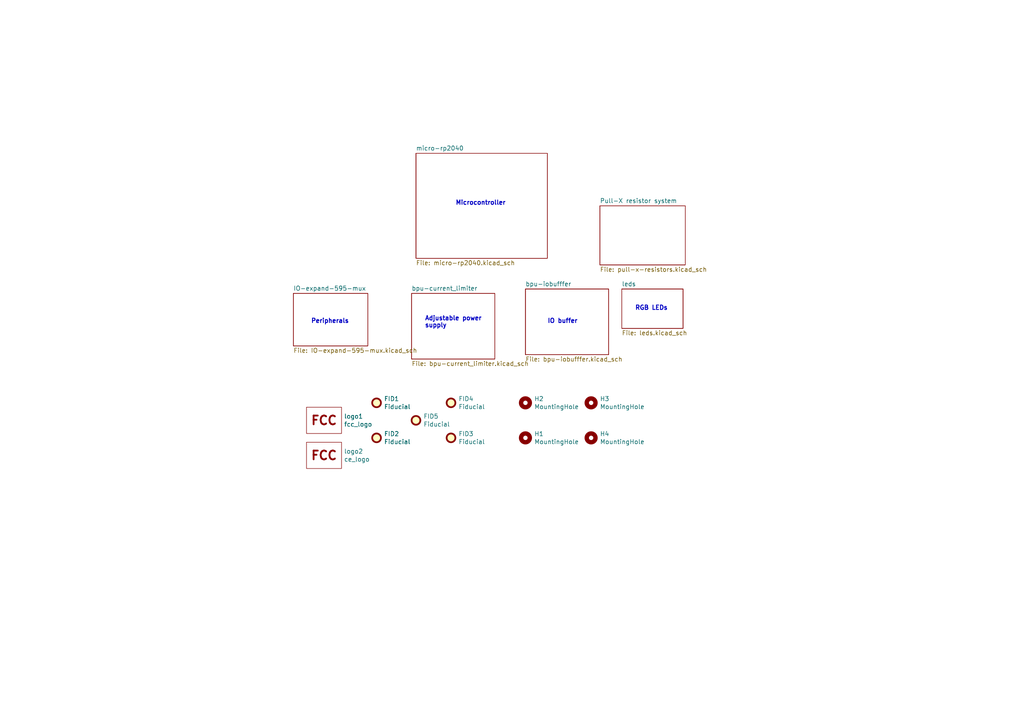
<source format=kicad_sch>
(kicad_sch
	(version 20231120)
	(generator "eeschema")
	(generator_version "8.0")
	(uuid "1f56410a-eaac-4444-b0f7-cfd3531e22ac")
	(paper "A4")
	(lib_symbols
		(symbol "DP_logo_kicad:fcc_logo"
			(pin_names
				(offset 1.016)
			)
			(exclude_from_sim no)
			(in_bom yes)
			(on_board yes)
			(property "Reference" "logo"
				(at 0 5.08 0)
				(effects
					(font
						(size 1.27 1.27)
					)
				)
			)
			(property "Value" "fcc_logo"
				(at 0 -5.08 0)
				(effects
					(font
						(size 1.27 1.27)
					)
				)
			)
			(property "Footprint" ""
				(at 0 0 0)
				(effects
					(font
						(size 1.27 1.27)
					)
					(hide yes)
				)
			)
			(property "Datasheet" ""
				(at 0 0 0)
				(effects
					(font
						(size 1.27 1.27)
					)
					(hide yes)
				)
			)
			(property "Description" ""
				(at 0 0 0)
				(effects
					(font
						(size 1.27 1.27)
					)
					(hide yes)
				)
			)
			(symbol "fcc_logo_0_0"
				(rectangle
					(start -5.08 3.81)
					(end 5.08 -3.81)
					(stroke
						(width 0)
						(type solid)
					)
					(fill
						(type none)
					)
				)
				(text "FCC"
					(at 0 0 0)
					(effects
						(font
							(size 2.54 2.54)
							(bold yes)
						)
					)
				)
			)
		)
		(symbol "Mechanical:Fiducial"
			(exclude_from_sim no)
			(in_bom yes)
			(on_board yes)
			(property "Reference" "FID"
				(at 0 5.08 0)
				(effects
					(font
						(size 1.27 1.27)
					)
				)
			)
			(property "Value" "Fiducial"
				(at 0 3.175 0)
				(effects
					(font
						(size 1.27 1.27)
					)
				)
			)
			(property "Footprint" ""
				(at 0 0 0)
				(effects
					(font
						(size 1.27 1.27)
					)
					(hide yes)
				)
			)
			(property "Datasheet" "~"
				(at 0 0 0)
				(effects
					(font
						(size 1.27 1.27)
					)
					(hide yes)
				)
			)
			(property "Description" "Fiducial Marker"
				(at 0 0 0)
				(effects
					(font
						(size 1.27 1.27)
					)
					(hide yes)
				)
			)
			(property "ki_keywords" "fiducial marker"
				(at 0 0 0)
				(effects
					(font
						(size 1.27 1.27)
					)
					(hide yes)
				)
			)
			(property "ki_fp_filters" "Fiducial*"
				(at 0 0 0)
				(effects
					(font
						(size 1.27 1.27)
					)
					(hide yes)
				)
			)
			(symbol "Fiducial_0_1"
				(circle
					(center 0 0)
					(radius 1.27)
					(stroke
						(width 0.508)
						(type default)
					)
					(fill
						(type background)
					)
				)
			)
		)
		(symbol "Mechanical:MountingHole"
			(pin_names
				(offset 1.016)
			)
			(exclude_from_sim no)
			(in_bom yes)
			(on_board yes)
			(property "Reference" "H"
				(at 0 5.08 0)
				(effects
					(font
						(size 1.27 1.27)
					)
				)
			)
			(property "Value" "MountingHole"
				(at 0 3.175 0)
				(effects
					(font
						(size 1.27 1.27)
					)
				)
			)
			(property "Footprint" ""
				(at 0 0 0)
				(effects
					(font
						(size 1.27 1.27)
					)
					(hide yes)
				)
			)
			(property "Datasheet" "~"
				(at 0 0 0)
				(effects
					(font
						(size 1.27 1.27)
					)
					(hide yes)
				)
			)
			(property "Description" "Mounting Hole without connection"
				(at 0 0 0)
				(effects
					(font
						(size 1.27 1.27)
					)
					(hide yes)
				)
			)
			(property "ki_keywords" "mounting hole"
				(at 0 0 0)
				(effects
					(font
						(size 1.27 1.27)
					)
					(hide yes)
				)
			)
			(property "ki_fp_filters" "MountingHole*"
				(at 0 0 0)
				(effects
					(font
						(size 1.27 1.27)
					)
					(hide yes)
				)
			)
			(symbol "MountingHole_0_1"
				(circle
					(center 0 0)
					(radius 1.27)
					(stroke
						(width 1.27)
						(type default)
					)
					(fill
						(type none)
					)
				)
			)
		)
	)
	(text "Microcontroller"
		(exclude_from_sim no)
		(at 132.08 59.69 0)
		(effects
			(font
				(size 1.27 1.27)
				(thickness 0.254)
				(bold yes)
			)
			(justify left bottom)
		)
		(uuid "177643b5-01d9-419f-9212-2f44aed2a315")
	)
	(text "Adjustable power \nsupply"
		(exclude_from_sim no)
		(at 123.19 95.25 0)
		(effects
			(font
				(size 1.27 1.27)
				(thickness 0.254)
				(bold yes)
			)
			(justify left bottom)
		)
		(uuid "6f8a9429-e0a1-4765-bd1a-417e1728ea12")
	)
	(text "IO buffer"
		(exclude_from_sim no)
		(at 158.75 93.98 0)
		(effects
			(font
				(size 1.27 1.27)
				(thickness 0.254)
				(bold yes)
			)
			(justify left bottom)
		)
		(uuid "b4bdb112-dd0d-45c3-9e86-5b804d1d114f")
	)
	(text "Peripherals"
		(exclude_from_sim no)
		(at 90.17 93.98 0)
		(effects
			(font
				(size 1.27 1.27)
				(thickness 0.254)
				(bold yes)
			)
			(justify left bottom)
		)
		(uuid "c181dd41-fb46-4a23-a081-4b7606289ec3")
	)
	(text "RGB LEDs"
		(exclude_from_sim no)
		(at 184.15 90.17 0)
		(effects
			(font
				(size 1.27 1.27)
				(thickness 0.254)
				(bold yes)
			)
			(justify left bottom)
		)
		(uuid "cf22a37b-a0bb-4465-8faf-db3726e18b9c")
	)
	(symbol
		(lib_id "Mechanical:MountingHole")
		(at 152.4 116.84 0)
		(unit 1)
		(exclude_from_sim no)
		(in_bom no)
		(on_board yes)
		(dnp no)
		(uuid "00000000-0000-0000-0000-00005fcb6417")
		(property "Reference" "H2"
			(at 154.94 115.6716 0)
			(effects
				(font
					(size 1.27 1.27)
				)
				(justify left)
			)
		)
		(property "Value" "MountingHole"
			(at 154.94 117.983 0)
			(effects
				(font
					(size 1.27 1.27)
				)
				(justify left)
			)
		)
		(property "Footprint" "MountingHole:MountingHole_3.2mm_M3"
			(at 152.4 116.84 0)
			(effects
				(font
					(size 1.27 1.27)
				)
				(hide yes)
			)
		)
		(property "Datasheet" "~"
			(at 152.4 116.84 0)
			(effects
				(font
					(size 1.27 1.27)
				)
				(hide yes)
			)
		)
		(property "Description" ""
			(at 152.4 116.84 0)
			(effects
				(font
					(size 1.27 1.27)
				)
				(hide yes)
			)
		)
		(instances
			(project "REV0"
				(path "/1f56410a-eaac-4444-b0f7-cfd3531e22ac"
					(reference "H2")
					(unit 1)
				)
			)
		)
	)
	(symbol
		(lib_id "Mechanical:MountingHole")
		(at 152.4 127 0)
		(unit 1)
		(exclude_from_sim no)
		(in_bom no)
		(on_board yes)
		(dnp no)
		(uuid "00000000-0000-0000-0000-00005fcb6e57")
		(property "Reference" "H1"
			(at 154.94 125.8316 0)
			(effects
				(font
					(size 1.27 1.27)
				)
				(justify left)
			)
		)
		(property "Value" "MountingHole"
			(at 154.94 128.143 0)
			(effects
				(font
					(size 1.27 1.27)
				)
				(justify left)
			)
		)
		(property "Footprint" "MountingHole:MountingHole_3.2mm_M3"
			(at 152.4 127 0)
			(effects
				(font
					(size 1.27 1.27)
				)
				(hide yes)
			)
		)
		(property "Datasheet" "~"
			(at 152.4 127 0)
			(effects
				(font
					(size 1.27 1.27)
				)
				(hide yes)
			)
		)
		(property "Description" ""
			(at 152.4 127 0)
			(effects
				(font
					(size 1.27 1.27)
				)
				(hide yes)
			)
		)
		(instances
			(project "REV0"
				(path "/1f56410a-eaac-4444-b0f7-cfd3531e22ac"
					(reference "H1")
					(unit 1)
				)
			)
		)
	)
	(symbol
		(lib_id "Mechanical:MountingHole")
		(at 171.45 116.84 0)
		(unit 1)
		(exclude_from_sim no)
		(in_bom no)
		(on_board yes)
		(dnp no)
		(uuid "00000000-0000-0000-0000-00005fcb6fec")
		(property "Reference" "H3"
			(at 173.99 115.6716 0)
			(effects
				(font
					(size 1.27 1.27)
				)
				(justify left)
			)
		)
		(property "Value" "MountingHole"
			(at 173.99 117.983 0)
			(effects
				(font
					(size 1.27 1.27)
				)
				(justify left)
			)
		)
		(property "Footprint" "MountingHole:MountingHole_3.2mm_M3"
			(at 171.45 116.84 0)
			(effects
				(font
					(size 1.27 1.27)
				)
				(hide yes)
			)
		)
		(property "Datasheet" "~"
			(at 171.45 116.84 0)
			(effects
				(font
					(size 1.27 1.27)
				)
				(hide yes)
			)
		)
		(property "Description" ""
			(at 171.45 116.84 0)
			(effects
				(font
					(size 1.27 1.27)
				)
				(hide yes)
			)
		)
		(instances
			(project "REV0"
				(path "/1f56410a-eaac-4444-b0f7-cfd3531e22ac"
					(reference "H3")
					(unit 1)
				)
			)
		)
	)
	(symbol
		(lib_id "Mechanical:MountingHole")
		(at 171.45 127 0)
		(unit 1)
		(exclude_from_sim no)
		(in_bom no)
		(on_board yes)
		(dnp no)
		(uuid "00000000-0000-0000-0000-00005fcb72fe")
		(property "Reference" "H4"
			(at 173.99 125.8316 0)
			(effects
				(font
					(size 1.27 1.27)
				)
				(justify left)
			)
		)
		(property "Value" "MountingHole"
			(at 173.99 128.143 0)
			(effects
				(font
					(size 1.27 1.27)
				)
				(justify left)
			)
		)
		(property "Footprint" "MountingHole:MountingHole_3.2mm_M3"
			(at 171.45 127 0)
			(effects
				(font
					(size 1.27 1.27)
				)
				(hide yes)
			)
		)
		(property "Datasheet" "~"
			(at 171.45 127 0)
			(effects
				(font
					(size 1.27 1.27)
				)
				(hide yes)
			)
		)
		(property "Description" ""
			(at 171.45 127 0)
			(effects
				(font
					(size 1.27 1.27)
				)
				(hide yes)
			)
		)
		(instances
			(project "REV0"
				(path "/1f56410a-eaac-4444-b0f7-cfd3531e22ac"
					(reference "H4")
					(unit 1)
				)
			)
		)
	)
	(symbol
		(lib_id "Mechanical:Fiducial")
		(at 109.22 116.84 0)
		(unit 1)
		(exclude_from_sim no)
		(in_bom no)
		(on_board yes)
		(dnp no)
		(uuid "00000000-0000-0000-0000-000060e68b5e")
		(property "Reference" "FID1"
			(at 111.379 115.6716 0)
			(effects
				(font
					(size 1.27 1.27)
				)
				(justify left)
			)
		)
		(property "Value" "Fiducial"
			(at 111.379 117.983 0)
			(effects
				(font
					(size 1.27 1.27)
				)
				(justify left)
			)
		)
		(property "Footprint" "Fiducial:Fiducial_1mm_Mask2mm"
			(at 109.22 116.84 0)
			(effects
				(font
					(size 1.27 1.27)
				)
				(hide yes)
			)
		)
		(property "Datasheet" "~"
			(at 109.22 116.84 0)
			(effects
				(font
					(size 1.27 1.27)
				)
				(hide yes)
			)
		)
		(property "Description" ""
			(at 109.22 116.84 0)
			(effects
				(font
					(size 1.27 1.27)
				)
				(hide yes)
			)
		)
		(instances
			(project "REV0"
				(path "/1f56410a-eaac-4444-b0f7-cfd3531e22ac"
					(reference "FID1")
					(unit 1)
				)
			)
		)
	)
	(symbol
		(lib_id "Mechanical:Fiducial")
		(at 109.22 127 0)
		(unit 1)
		(exclude_from_sim no)
		(in_bom no)
		(on_board yes)
		(dnp no)
		(uuid "00000000-0000-0000-0000-000060e69aaa")
		(property "Reference" "FID2"
			(at 111.379 125.8316 0)
			(effects
				(font
					(size 1.27 1.27)
				)
				(justify left)
			)
		)
		(property "Value" "Fiducial"
			(at 111.379 128.143 0)
			(effects
				(font
					(size 1.27 1.27)
				)
				(justify left)
			)
		)
		(property "Footprint" "Fiducial:Fiducial_1mm_Mask2mm"
			(at 109.22 127 0)
			(effects
				(font
					(size 1.27 1.27)
				)
				(hide yes)
			)
		)
		(property "Datasheet" "~"
			(at 109.22 127 0)
			(effects
				(font
					(size 1.27 1.27)
				)
				(hide yes)
			)
		)
		(property "Description" ""
			(at 109.22 127 0)
			(effects
				(font
					(size 1.27 1.27)
				)
				(hide yes)
			)
		)
		(instances
			(project "REV0"
				(path "/1f56410a-eaac-4444-b0f7-cfd3531e22ac"
					(reference "FID2")
					(unit 1)
				)
			)
		)
	)
	(symbol
		(lib_id "Mechanical:Fiducial")
		(at 130.81 127 0)
		(unit 1)
		(exclude_from_sim no)
		(in_bom no)
		(on_board yes)
		(dnp no)
		(uuid "00000000-0000-0000-0000-000061344b66")
		(property "Reference" "FID3"
			(at 132.969 125.8316 0)
			(effects
				(font
					(size 1.27 1.27)
				)
				(justify left)
			)
		)
		(property "Value" "Fiducial"
			(at 132.969 128.143 0)
			(effects
				(font
					(size 1.27 1.27)
				)
				(justify left)
			)
		)
		(property "Footprint" "Fiducial:Fiducial_1mm_Mask2mm"
			(at 130.81 127 0)
			(effects
				(font
					(size 1.27 1.27)
				)
				(hide yes)
			)
		)
		(property "Datasheet" "~"
			(at 130.81 127 0)
			(effects
				(font
					(size 1.27 1.27)
				)
				(hide yes)
			)
		)
		(property "Description" ""
			(at 130.81 127 0)
			(effects
				(font
					(size 1.27 1.27)
				)
				(hide yes)
			)
		)
		(instances
			(project "REV0"
				(path "/1f56410a-eaac-4444-b0f7-cfd3531e22ac"
					(reference "FID3")
					(unit 1)
				)
			)
		)
	)
	(symbol
		(lib_id "Mechanical:Fiducial")
		(at 130.81 116.84 0)
		(unit 1)
		(exclude_from_sim no)
		(in_bom no)
		(on_board yes)
		(dnp no)
		(uuid "00000000-0000-0000-0000-0000613452dc")
		(property "Reference" "FID4"
			(at 132.969 115.6716 0)
			(effects
				(font
					(size 1.27 1.27)
				)
				(justify left)
			)
		)
		(property "Value" "Fiducial"
			(at 132.969 117.983 0)
			(effects
				(font
					(size 1.27 1.27)
				)
				(justify left)
			)
		)
		(property "Footprint" "Fiducial:Fiducial_1mm_Mask2mm"
			(at 130.81 116.84 0)
			(effects
				(font
					(size 1.27 1.27)
				)
				(hide yes)
			)
		)
		(property "Datasheet" "~"
			(at 130.81 116.84 0)
			(effects
				(font
					(size 1.27 1.27)
				)
				(hide yes)
			)
		)
		(property "Description" ""
			(at 130.81 116.84 0)
			(effects
				(font
					(size 1.27 1.27)
				)
				(hide yes)
			)
		)
		(instances
			(project "REV0"
				(path "/1f56410a-eaac-4444-b0f7-cfd3531e22ac"
					(reference "FID4")
					(unit 1)
				)
			)
		)
	)
	(symbol
		(lib_id "Mechanical:Fiducial")
		(at 120.65 121.92 0)
		(unit 1)
		(exclude_from_sim no)
		(in_bom no)
		(on_board yes)
		(dnp no)
		(uuid "00000000-0000-0000-0000-0000613457d9")
		(property "Reference" "FID5"
			(at 122.809 120.7516 0)
			(effects
				(font
					(size 1.27 1.27)
				)
				(justify left)
			)
		)
		(property "Value" "Fiducial"
			(at 122.809 123.063 0)
			(effects
				(font
					(size 1.27 1.27)
				)
				(justify left)
			)
		)
		(property "Footprint" "Fiducial:Fiducial_1mm_Mask2mm"
			(at 120.65 121.92 0)
			(effects
				(font
					(size 1.27 1.27)
				)
				(hide yes)
			)
		)
		(property "Datasheet" "~"
			(at 120.65 121.92 0)
			(effects
				(font
					(size 1.27 1.27)
				)
				(hide yes)
			)
		)
		(property "Description" ""
			(at 120.65 121.92 0)
			(effects
				(font
					(size 1.27 1.27)
				)
				(hide yes)
			)
		)
		(instances
			(project "REV0"
				(path "/1f56410a-eaac-4444-b0f7-cfd3531e22ac"
					(reference "FID5")
					(unit 1)
				)
			)
		)
	)
	(symbol
		(lib_id "DP_logo_kicad:fcc_logo")
		(at 93.98 121.92 0)
		(unit 1)
		(exclude_from_sim no)
		(in_bom no)
		(on_board yes)
		(dnp no)
		(uuid "00000000-0000-0000-0000-0000653863d6")
		(property "Reference" "logo1"
			(at 99.7712 120.7516 0)
			(effects
				(font
					(size 1.27 1.27)
				)
				(justify left)
			)
		)
		(property "Value" "fcc_logo"
			(at 99.7712 123.063 0)
			(effects
				(font
					(size 1.27 1.27)
				)
				(justify left)
			)
		)
		(property "Footprint" "dp-logo:logo_fcc"
			(at 93.98 121.92 0)
			(effects
				(font
					(size 1.27 1.27)
				)
				(hide yes)
			)
		)
		(property "Datasheet" ""
			(at 93.98 121.92 0)
			(effects
				(font
					(size 1.27 1.27)
				)
				(hide yes)
			)
		)
		(property "Description" ""
			(at 93.98 121.92 0)
			(effects
				(font
					(size 1.27 1.27)
				)
				(hide yes)
			)
		)
		(instances
			(project "REV0"
				(path "/1f56410a-eaac-4444-b0f7-cfd3531e22ac"
					(reference "logo1")
					(unit 1)
				)
			)
		)
	)
	(symbol
		(lib_id "DP_logo_kicad:fcc_logo")
		(at 93.98 132.08 0)
		(unit 1)
		(exclude_from_sim no)
		(in_bom no)
		(on_board yes)
		(dnp no)
		(uuid "a74e6168-89a2-4216-baa4-dd1ea2f18ce5")
		(property "Reference" "logo2"
			(at 99.7712 130.9116 0)
			(effects
				(font
					(size 1.27 1.27)
				)
				(justify left)
			)
		)
		(property "Value" "ce_logo"
			(at 99.7712 133.223 0)
			(effects
				(font
					(size 1.27 1.27)
				)
				(justify left)
			)
		)
		(property "Footprint" "Symbol:CE-Logo_11.2x8mm_SilkScreen"
			(at 93.98 132.08 0)
			(effects
				(font
					(size 1.27 1.27)
				)
				(hide yes)
			)
		)
		(property "Datasheet" ""
			(at 93.98 132.08 0)
			(effects
				(font
					(size 1.27 1.27)
				)
				(hide yes)
			)
		)
		(property "Description" ""
			(at 93.98 132.08 0)
			(effects
				(font
					(size 1.27 1.27)
				)
				(hide yes)
			)
		)
		(instances
			(project "bp6-rev2a"
				(path "/1f56410a-eaac-4444-b0f7-cfd3531e22ac"
					(reference "logo2")
					(unit 1)
				)
			)
		)
	)
	(sheet
		(at 152.4 83.82)
		(size 24.13 19.05)
		(fields_autoplaced yes)
		(stroke
			(width 0)
			(type solid)
		)
		(fill
			(color 0 0 0 0.0000)
		)
		(uuid "00000000-0000-0000-0000-00005f344f30")
		(property "Sheetname" "bpu-iobufffer"
			(at 152.4 83.1084 0)
			(effects
				(font
					(size 1.27 1.27)
				)
				(justify left bottom)
			)
		)
		(property "Sheetfile" "bpu-iobufffer.kicad_sch"
			(at 152.4 103.4546 0)
			(effects
				(font
					(size 1.27 1.27)
				)
				(justify left top)
			)
		)
		(instances
			(project "7-REV0"
				(path "/1f56410a-eaac-4444-b0f7-cfd3531e22ac"
					(page "5")
				)
			)
		)
	)
	(sheet
		(at 119.38 85.09)
		(size 24.13 19.05)
		(fields_autoplaced yes)
		(stroke
			(width 0)
			(type solid)
		)
		(fill
			(color 0 0 0 0.0000)
		)
		(uuid "00000000-0000-0000-0000-00005f46fad3")
		(property "Sheetname" "bpu-current_limiter"
			(at 119.38 84.3784 0)
			(effects
				(font
					(size 1.27 1.27)
				)
				(justify left bottom)
			)
		)
		(property "Sheetfile" "bpu-current_limiter.kicad_sch"
			(at 119.38 104.7246 0)
			(effects
				(font
					(size 1.27 1.27)
				)
				(justify left top)
			)
		)
		(instances
			(project "7-REV0"
				(path "/1f56410a-eaac-4444-b0f7-cfd3531e22ac"
					(page "3")
				)
			)
		)
	)
	(sheet
		(at 120.65 44.45)
		(size 38.1 30.48)
		(fields_autoplaced yes)
		(stroke
			(width 0)
			(type solid)
		)
		(fill
			(color 0 0 0 0.0000)
		)
		(uuid "00000000-0000-0000-0000-000060c8ec36")
		(property "Sheetname" "micro-rp2040"
			(at 120.65 43.7384 0)
			(effects
				(font
					(size 1.27 1.27)
				)
				(justify left bottom)
			)
		)
		(property "Sheetfile" "micro-rp2040.kicad_sch"
			(at 120.65 75.5146 0)
			(effects
				(font
					(size 1.27 1.27)
				)
				(justify left top)
			)
		)
		(instances
			(project "7-REV0"
				(path "/1f56410a-eaac-4444-b0f7-cfd3531e22ac"
					(page "4")
				)
			)
		)
	)
	(sheet
		(at 85.09 85.09)
		(size 21.59 15.24)
		(fields_autoplaced yes)
		(stroke
			(width 0)
			(type solid)
		)
		(fill
			(color 0 0 0 0.0000)
		)
		(uuid "00000000-0000-0000-0000-000060e58ecc")
		(property "Sheetname" "IO-expand-595-mux"
			(at 85.09 84.3784 0)
			(effects
				(font
					(size 1.27 1.27)
				)
				(justify left bottom)
			)
		)
		(property "Sheetfile" "IO-expand-595-mux.kicad_sch"
			(at 85.09 100.9146 0)
			(effects
				(font
					(size 1.27 1.27)
				)
				(justify left top)
			)
		)
		(instances
			(project "7-REV0"
				(path "/1f56410a-eaac-4444-b0f7-cfd3531e22ac"
					(page "2")
				)
			)
		)
	)
	(sheet
		(at 180.34 83.82)
		(size 17.78 11.43)
		(fields_autoplaced yes)
		(stroke
			(width 0)
			(type solid)
		)
		(fill
			(color 0 0 0 0.0000)
		)
		(uuid "00000000-0000-0000-0000-000060edd46d")
		(property "Sheetname" "leds"
			(at 180.34 83.1084 0)
			(effects
				(font
					(size 1.27 1.27)
				)
				(justify left bottom)
			)
		)
		(property "Sheetfile" "leds.kicad_sch"
			(at 180.34 95.8346 0)
			(effects
				(font
					(size 1.27 1.27)
				)
				(justify left top)
			)
		)
		(instances
			(project "7-REV0"
				(path "/1f56410a-eaac-4444-b0f7-cfd3531e22ac"
					(page "6")
				)
			)
		)
	)
	(sheet
		(at 173.99 59.69)
		(size 24.765 17.145)
		(fields_autoplaced yes)
		(stroke
			(width 0.1524)
			(type solid)
		)
		(fill
			(color 0 0 0 0.0000)
		)
		(uuid "70d89944-cef2-4c07-9520-6c47f8613415")
		(property "Sheetname" "Pull-X resistor system"
			(at 173.99 58.9784 0)
			(effects
				(font
					(size 1.27 1.27)
				)
				(justify left bottom)
			)
		)
		(property "Sheetfile" "pull-x-resistors.kicad_sch"
			(at 173.99 77.4196 0)
			(effects
				(font
					(size 1.27 1.27)
				)
				(justify left top)
			)
		)
		(instances
			(project "7-REV0"
				(path "/1f56410a-eaac-4444-b0f7-cfd3531e22ac"
					(page "7")
				)
			)
		)
	)
	(sheet_instances
		(path "/"
			(page "1")
		)
	)
)

</source>
